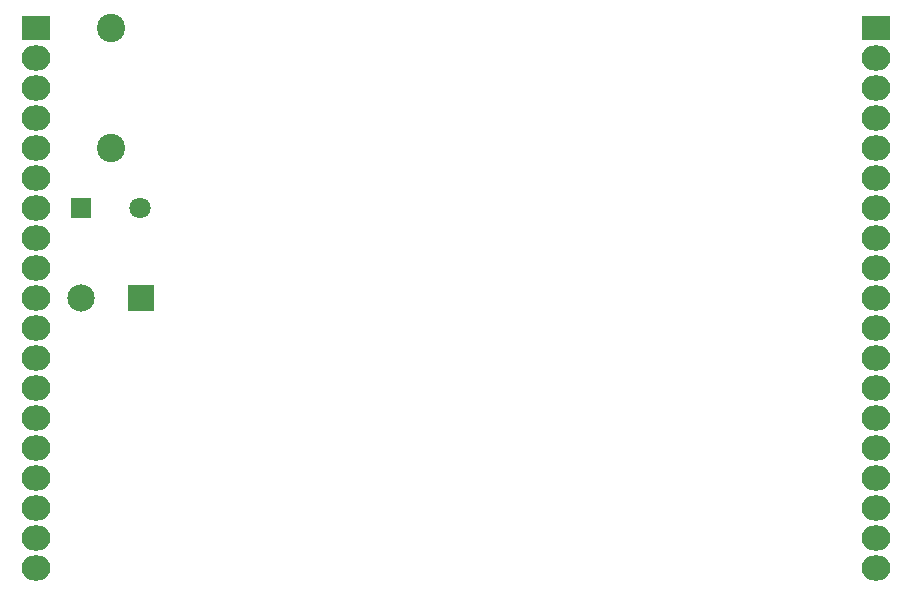
<source format=gbr>
G04 #@! TF.FileFunction,Soldermask,Top*
%FSLAX46Y46*%
G04 Gerber Fmt 4.6, Leading zero omitted, Abs format (unit mm)*
G04 Created by KiCad (PCBNEW 4.0.3+e1-6302~38~ubuntu16.04.1-stable) date Thu Aug 25 17:13:24 2016*
%MOMM*%
%LPD*%
G01*
G04 APERTURE LIST*
%ADD10C,0.100000*%
%ADD11C,2.398980*%
%ADD12R,1.800000X1.800000*%
%ADD13C,1.800000*%
%ADD14R,2.305000X2.305000*%
%ADD15C,2.305000*%
%ADD16R,2.432000X2.127200*%
%ADD17O,2.432000X2.127200*%
G04 APERTURE END LIST*
D10*
D11*
X92710000Y-73660000D03*
X92710000Y-63500000D03*
D12*
X90170000Y-78740000D03*
D13*
X95170000Y-78740000D03*
D14*
X95250000Y-86360000D03*
D15*
X90170000Y-86360000D03*
D16*
X86360000Y-63500000D03*
D17*
X86360000Y-66040000D03*
X86360000Y-68580000D03*
X86360000Y-71120000D03*
X86360000Y-73660000D03*
X86360000Y-76200000D03*
X86360000Y-78740000D03*
X86360000Y-81280000D03*
X86360000Y-83820000D03*
X86360000Y-86360000D03*
X86360000Y-88900000D03*
X86360000Y-91440000D03*
X86360000Y-93980000D03*
X86360000Y-96520000D03*
X86360000Y-99060000D03*
X86360000Y-101600000D03*
X86360000Y-104140000D03*
X86360000Y-106680000D03*
X86360000Y-109220000D03*
D16*
X157480000Y-63500000D03*
D17*
X157480000Y-66040000D03*
X157480000Y-68580000D03*
X157480000Y-71120000D03*
X157480000Y-73660000D03*
X157480000Y-76200000D03*
X157480000Y-78740000D03*
X157480000Y-81280000D03*
X157480000Y-83820000D03*
X157480000Y-86360000D03*
X157480000Y-88900000D03*
X157480000Y-91440000D03*
X157480000Y-93980000D03*
X157480000Y-96520000D03*
X157480000Y-99060000D03*
X157480000Y-101600000D03*
X157480000Y-104140000D03*
X157480000Y-106680000D03*
X157480000Y-109220000D03*
M02*

</source>
